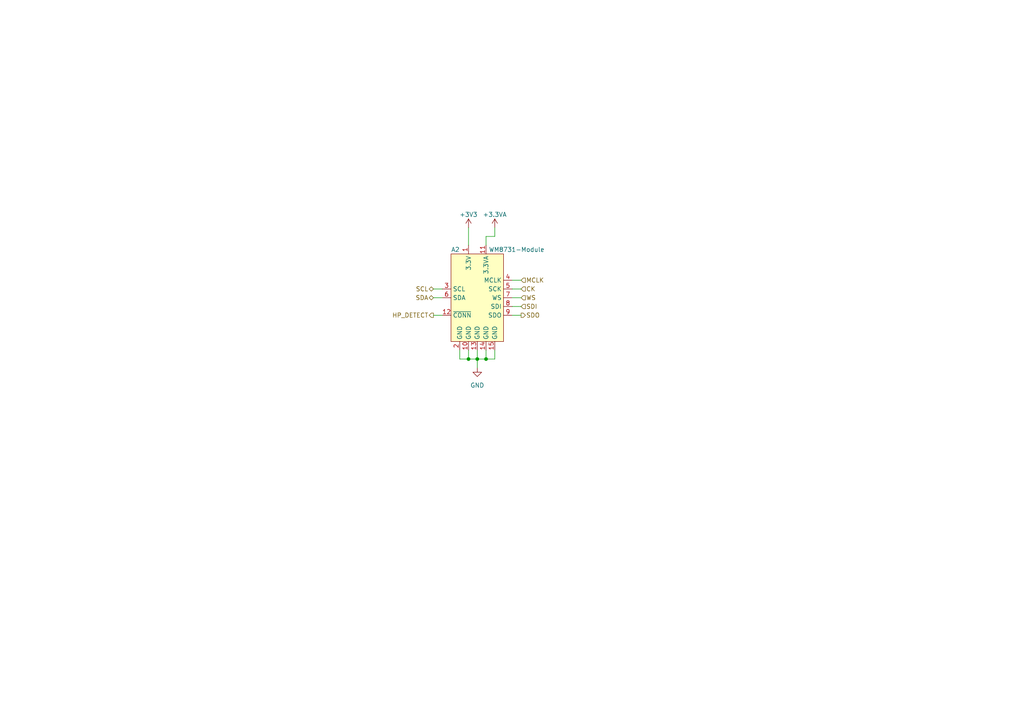
<source format=kicad_sch>
(kicad_sch (version 20210621) (generator eeschema)
  (paper "A4")
  (lib_symbols
    (symbol "HackAmp-Symbols:WM8731-Module"
      (property "Reference" "A" (at -6.35 13.97 0))
      (property "Value" "WM8731-Module" (at 11.43 13.97 0))
      (symbol "WM8731-Module_0_1"
        (rectangle (start -7.62 12.7) (end 7.62 -12.7) (stroke (width 0.1524)) (fill (type background)))
      )
      (symbol "WM8731-Module_1_1"
        (pin power_in line (at -2.54 15.24 270) (length 2.54) (name "3.3V") (number "1"))
        (pin power_in line (at -2.54 -15.24 90) (length 2.54) (name "GND") (number "10"))
        (pin power_in line (at 2.54 15.24 270) (length 2.54) (name "3.3VA") (number "11"))
        (pin output line (at -10.16 -5.08 0) (length 2.54) (name "~{CONN}") (number "12"))
        (pin power_in line (at 0 -15.24 90) (length 2.54) (name "GND") (number "13"))
        (pin power_in line (at 2.54 -15.24 90) (length 2.54) (name "GND") (number "14"))
        (pin power_in line (at 5.08 -15.24 90) (length 2.54) (name "GND") (number "15"))
        (pin power_in line (at -5.08 -15.24 90) (length 2.54) (name "GND") (number "2"))
        (pin bidirectional line (at -10.16 2.54 0) (length 2.54) (name "SCL") (number "3"))
        (pin input line (at 10.16 5.08 180) (length 2.54) (name "MCLK") (number "4"))
        (pin input line (at 10.16 2.54 180) (length 2.54) (name "SCK") (number "5"))
        (pin bidirectional line (at -10.16 0 0) (length 2.54) (name "SDA") (number "6"))
        (pin input line (at 10.16 0 180) (length 2.54) (name "WS") (number "7"))
        (pin input line (at 10.16 -2.54 180) (length 2.54) (name "SDI") (number "8"))
        (pin output line (at 10.16 -5.08 180) (length 2.54) (name "SDO") (number "9"))
      )
    )
    (symbol "power:+3.3V" (power) (pin_names (offset 0))
      (property "Value" "+3.3V" (at 0 3.556 0))
      (symbol "+3.3V_0_1"
        (polyline (pts (xy -0.762 1.27) (xy 0 2.54)))
        (polyline (pts (xy 0 0) (xy 0 2.54)))
        (polyline (pts (xy 0 2.54) (xy 0.762 1.27)))
      )
      (symbol "+3.3V_1_1"
        (pin power_in line (at 0 0 90) (length 0) hide (name "+3V3") (number "1"))
      )
    )
    (symbol "power:+3.3VA" (power) (pin_names (offset 0))
      (property "Value" "+3.3VA" (at 0 3.556 0))
      (symbol "+3.3VA_0_1"
        (polyline (pts (xy -0.762 1.27) (xy 0 2.54)))
        (polyline (pts (xy 0 0) (xy 0 2.54)))
        (polyline (pts (xy 0 2.54) (xy 0.762 1.27)))
      )
      (symbol "+3.3VA_1_1"
        (pin power_in line (at 0 0 90) (length 0) hide (name "+3.3VA") (number "1"))
      )
    )
    (symbol "power:GND" (power) (pin_names (offset 0))
      (property "Value" "GND" (at 0 -3.81 0))
      (symbol "GND_0_1"
        (polyline (pts (xy 0 0) (xy 0 -1.27) (xy 1.27 -1.27) (xy 0 -2.54) (xy -1.27 -1.27) (xy 0 -1.27)))
      )
      (symbol "GND_1_1"
        (pin power_in line (at 0 0 270) (length 0) hide (name "GND") (number "1"))
      )
    )
  )
  (junction (at 135.89 104.14) (diameter 0.9144))
  (junction (at 138.43 104.14) (diameter 0.9144))
  (junction (at 140.97 104.14) (diameter 0.9144))
  (wire (pts (xy 125.73 83.82) (xy 128.27 83.82)))
  (wire (pts (xy 125.73 86.36) (xy 128.27 86.36)))
  (wire (pts (xy 125.73 91.44) (xy 128.27 91.44)))
  (wire (pts (xy 133.35 101.6) (xy 133.35 104.14)))
  (wire (pts (xy 133.35 104.14) (xy 135.89 104.14)))
  (wire (pts (xy 135.89 66.04) (xy 135.89 71.12)))
  (wire (pts (xy 135.89 101.6) (xy 135.89 104.14)))
  (wire (pts (xy 135.89 104.14) (xy 138.43 104.14)))
  (wire (pts (xy 138.43 101.6) (xy 138.43 104.14)))
  (wire (pts (xy 138.43 104.14) (xy 138.43 106.68)))
  (wire (pts (xy 138.43 104.14) (xy 140.97 104.14)))
  (wire (pts (xy 140.97 68.58) (xy 140.97 71.12)))
  (wire (pts (xy 140.97 68.58) (xy 143.51 68.58)))
  (wire (pts (xy 140.97 104.14) (xy 140.97 101.6)))
  (wire (pts (xy 143.51 68.58) (xy 143.51 66.04)))
  (wire (pts (xy 143.51 101.6) (xy 143.51 104.14)))
  (wire (pts (xy 143.51 104.14) (xy 140.97 104.14)))
  (wire (pts (xy 148.59 81.28) (xy 151.13 81.28)))
  (wire (pts (xy 148.59 83.82) (xy 151.13 83.82)))
  (wire (pts (xy 148.59 86.36) (xy 151.13 86.36)))
  (wire (pts (xy 148.59 88.9) (xy 151.13 88.9)))
  (wire (pts (xy 148.59 91.44) (xy 151.13 91.44)))
  (hierarchical_label "SCL" (shape bidirectional) (at 125.73 83.82 180))
  (hierarchical_label "SDA" (shape bidirectional) (at 125.73 86.36 180))
  (hierarchical_label "HP_DETECT" (shape output) (at 125.73 91.44 180))
  (hierarchical_label "MCLK" (shape input) (at 151.13 81.28 0))
  (hierarchical_label "CK" (shape input) (at 151.13 83.82 0))
  (hierarchical_label "WS" (shape input) (at 151.13 86.36 0))
  (hierarchical_label "SDI" (shape input) (at 151.13 88.9 0))
  (hierarchical_label "SDO" (shape output) (at 151.13 91.44 0))
  (symbol (lib_id "power:+3.3V") (at 135.89 66.04 0) (unit 1)
    (property "Reference" "#PWR0120" (effects hide))
    (property "Value" "+3.3V" (at 135.89 62.23 0))
  )
  (symbol (lib_id "power:+3.3VA") (at 143.51 66.04 0) (unit 1)
    (property "Reference" "#PWR0121" (effects hide))
    (property "Value" "+3.3VA" (at 143.51 62.23 0))
  )
  (symbol (lib_id "power:GND") (at 138.43 106.68 0) (unit 1)
    (property "Reference" "#PWR0119" (effects hide))
    (property "Value" "GND" (at 138.43 111.76 0))
  )
  (symbol (lib_id "HackAmp-Symbols:WM8731-Module") (at 138.43 86.36 0) (unit 1)
    (property "Reference" "A2" (at 132.08 72.39 0))
    (property "Value" "WM8731-Module" (at 149.86 72.39 0))
    (property "Footprint" "HackAmp-Footprints:WM8731_Module_Reverse" (effects hide))
  )
)
</source>
